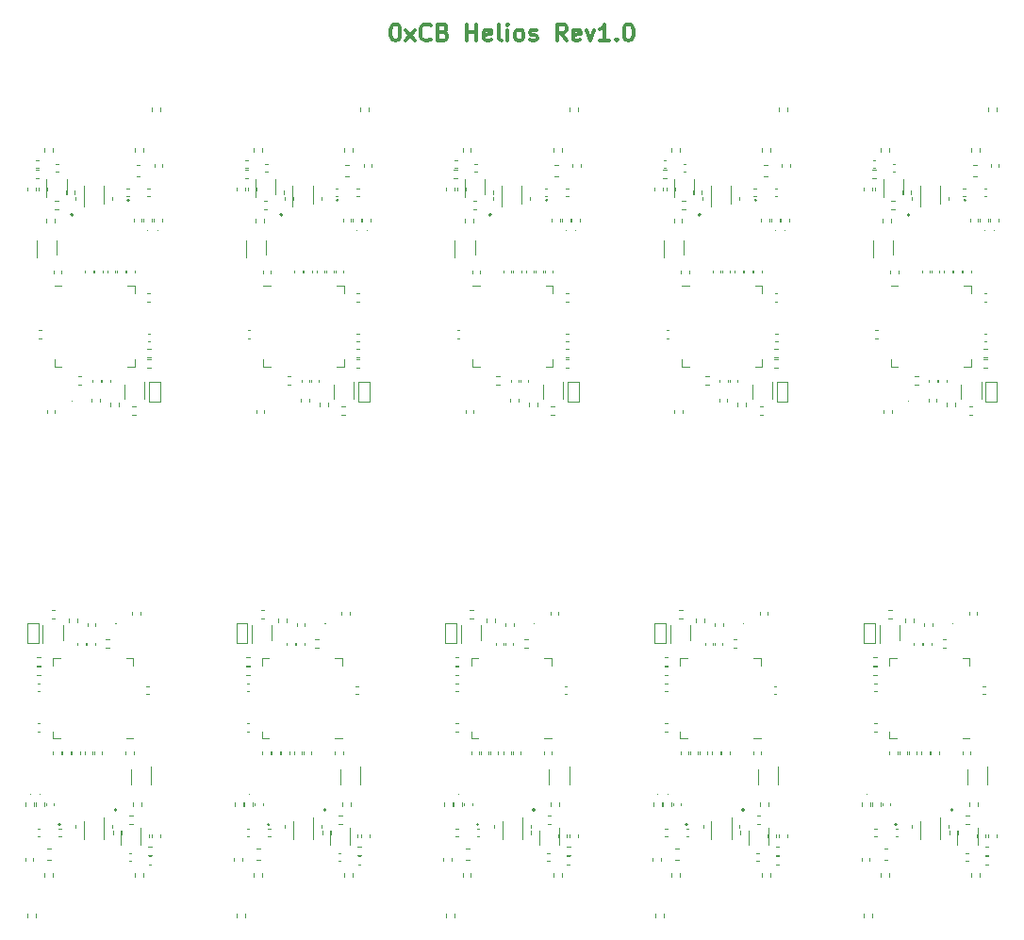
<source format=gto>
G04 #@! TF.GenerationSoftware,KiCad,Pcbnew,(6.0.7)*
G04 #@! TF.CreationDate,2022-09-19T22:01:38+02:00*
G04 #@! TF.ProjectId,helios-panel,68656c69-6f73-42d7-9061-6e656c2e6b69,rev1.0*
G04 #@! TF.SameCoordinates,Original*
G04 #@! TF.FileFunction,Legend,Top*
G04 #@! TF.FilePolarity,Positive*
%FSLAX46Y46*%
G04 Gerber Fmt 4.6, Leading zero omitted, Abs format (unit mm)*
G04 Created by KiCad (PCBNEW (6.0.7)) date 2022-09-19 22:01:38*
%MOMM*%
%LPD*%
G01*
G04 APERTURE LIST*
%ADD10C,0.300000*%
%ADD11C,0.120000*%
%ADD12C,0.200000*%
%ADD13C,0.141419*%
%ADD14C,0.100000*%
G04 APERTURE END LIST*
D10*
X41914285Y89361429D02*
X42057142Y89361429D01*
X42199999Y89290000D01*
X42271428Y89218572D01*
X42342857Y89075715D01*
X42414285Y88790000D01*
X42414285Y88432858D01*
X42342857Y88147143D01*
X42271428Y88004286D01*
X42199999Y87932858D01*
X42057142Y87861429D01*
X41914285Y87861429D01*
X41771428Y87932858D01*
X41699999Y88004286D01*
X41628571Y88147143D01*
X41557142Y88432858D01*
X41557142Y88790000D01*
X41628571Y89075715D01*
X41699999Y89218572D01*
X41771428Y89290000D01*
X41914285Y89361429D01*
X42914285Y87861429D02*
X43699999Y88861429D01*
X42914285Y88861429D02*
X43699999Y87861429D01*
X45128571Y88004286D02*
X45057142Y87932858D01*
X44842857Y87861429D01*
X44699999Y87861429D01*
X44485714Y87932858D01*
X44342857Y88075715D01*
X44271428Y88218572D01*
X44199999Y88504286D01*
X44199999Y88718572D01*
X44271428Y89004286D01*
X44342857Y89147143D01*
X44485714Y89290000D01*
X44699999Y89361429D01*
X44842857Y89361429D01*
X45057142Y89290000D01*
X45128571Y89218572D01*
X46271428Y88647143D02*
X46485714Y88575715D01*
X46557142Y88504286D01*
X46628571Y88361429D01*
X46628571Y88147143D01*
X46557142Y88004286D01*
X46485714Y87932858D01*
X46342857Y87861429D01*
X45771428Y87861429D01*
X45771428Y89361429D01*
X46271428Y89361429D01*
X46414285Y89290000D01*
X46485714Y89218572D01*
X46557142Y89075715D01*
X46557142Y88932858D01*
X46485714Y88790000D01*
X46414285Y88718572D01*
X46271428Y88647143D01*
X45771428Y88647143D01*
X48414285Y87861429D02*
X48414285Y89361429D01*
X48414285Y88647143D02*
X49271428Y88647143D01*
X49271428Y87861429D02*
X49271428Y89361429D01*
X50557142Y87932858D02*
X50414285Y87861429D01*
X50128571Y87861429D01*
X49985714Y87932858D01*
X49914285Y88075715D01*
X49914285Y88647143D01*
X49985714Y88790000D01*
X50128571Y88861429D01*
X50414285Y88861429D01*
X50557142Y88790000D01*
X50628571Y88647143D01*
X50628571Y88504286D01*
X49914285Y88361429D01*
X51485714Y87861429D02*
X51342857Y87932858D01*
X51271428Y88075715D01*
X51271428Y89361429D01*
X52057142Y87861429D02*
X52057142Y88861429D01*
X52057142Y89361429D02*
X51985714Y89290000D01*
X52057142Y89218572D01*
X52128571Y89290000D01*
X52057142Y89361429D01*
X52057142Y89218572D01*
X52985714Y87861429D02*
X52842857Y87932858D01*
X52771428Y88004286D01*
X52700000Y88147143D01*
X52700000Y88575715D01*
X52771428Y88718572D01*
X52842857Y88790000D01*
X52985714Y88861429D01*
X53200000Y88861429D01*
X53342857Y88790000D01*
X53414285Y88718572D01*
X53485714Y88575715D01*
X53485714Y88147143D01*
X53414285Y88004286D01*
X53342857Y87932858D01*
X53200000Y87861429D01*
X52985714Y87861429D01*
X54057142Y87932858D02*
X54200000Y87861429D01*
X54485714Y87861429D01*
X54628571Y87932858D01*
X54700000Y88075715D01*
X54700000Y88147143D01*
X54628571Y88290000D01*
X54485714Y88361429D01*
X54271428Y88361429D01*
X54128571Y88432858D01*
X54057142Y88575715D01*
X54057142Y88647143D01*
X54128571Y88790000D01*
X54271428Y88861429D01*
X54485714Y88861429D01*
X54628571Y88790000D01*
X57342857Y87861429D02*
X56842857Y88575715D01*
X56485714Y87861429D02*
X56485714Y89361429D01*
X57057142Y89361429D01*
X57200000Y89290000D01*
X57271428Y89218572D01*
X57342857Y89075715D01*
X57342857Y88861429D01*
X57271428Y88718572D01*
X57200000Y88647143D01*
X57057142Y88575715D01*
X56485714Y88575715D01*
X58557142Y87932858D02*
X58414285Y87861429D01*
X58128571Y87861429D01*
X57985714Y87932858D01*
X57914285Y88075715D01*
X57914285Y88647143D01*
X57985714Y88790000D01*
X58128571Y88861429D01*
X58414285Y88861429D01*
X58557142Y88790000D01*
X58628571Y88647143D01*
X58628571Y88504286D01*
X57914285Y88361429D01*
X59128571Y88861429D02*
X59485714Y87861429D01*
X59842857Y88861429D01*
X61200000Y87861429D02*
X60342857Y87861429D01*
X60771428Y87861429D02*
X60771428Y89361429D01*
X60628571Y89147143D01*
X60485714Y89004286D01*
X60342857Y88932858D01*
X61842857Y88004286D02*
X61914285Y87932858D01*
X61842857Y87861429D01*
X61771428Y87932858D01*
X61842857Y88004286D01*
X61842857Y87861429D01*
X62842857Y89361429D02*
X62985714Y89361429D01*
X63128571Y89290000D01*
X63200000Y89218572D01*
X63271428Y89075715D01*
X63342857Y88790000D01*
X63342857Y88432858D01*
X63271428Y88147143D01*
X63200000Y88004286D01*
X63128571Y87932858D01*
X62985714Y87861429D01*
X62842857Y87861429D01*
X62700000Y87932858D01*
X62628571Y88004286D01*
X62557142Y88147143D01*
X62485714Y88432858D01*
X62485714Y88790000D01*
X62557142Y89075715D01*
X62628571Y89218572D01*
X62700000Y89290000D01*
X62842857Y89361429D01*
D11*
G04 #@! TO.C,C12*
X94847164Y61590000D02*
X95062836Y61590000D01*
X94847164Y60870000D02*
X95062836Y60870000D01*
D12*
G04 #@! TO.C,U3*
X50595000Y72235000D02*
G75*
G03*
X50595000Y72235000I-100000J0D01*
G01*
D11*
G04 #@! TO.C,U4*
X86470000Y58620000D02*
X86470000Y59270000D01*
X93040000Y58620000D02*
X93690000Y58620000D01*
X87120000Y58620000D02*
X86470000Y58620000D01*
X93040000Y65840000D02*
X93690000Y65840000D01*
X87120000Y65840000D02*
X86470000Y65840000D01*
X93690000Y65840000D02*
X93690000Y65190000D01*
X93690000Y58620000D02*
X93690000Y59270000D01*
G04 #@! TO.C,R9*
X67721359Y73530000D02*
X68028641Y73530000D01*
X67721359Y72770000D02*
X68028641Y72770000D01*
G04 #@! TO.C,R1*
X48983641Y36005000D02*
X48676359Y36005000D01*
X48983641Y36765000D02*
X48676359Y36765000D01*
G04 #@! TO.C,R2*
X68745000Y74126359D02*
X68745000Y74433641D01*
X69505000Y74126359D02*
X69505000Y74433641D01*
G04 #@! TO.C,FB1*
X46505000Y9493641D02*
X46505000Y9186359D01*
X47265000Y9493641D02*
X47265000Y9186359D01*
G04 #@! TO.C,U2*
D13*
X74395709Y73555000D02*
G75*
G03*
X74395709Y73555000I-70709J0D01*
G01*
D11*
G04 #@! TO.C,R2*
X54935000Y16913641D02*
X54935000Y16606359D01*
X54175000Y16913641D02*
X54175000Y16606359D01*
G04 #@! TO.C,R9*
X37178641Y18270000D02*
X36871359Y18270000D01*
X37178641Y17510000D02*
X36871359Y17510000D01*
G04 #@! TO.C,R4*
X57385000Y16638641D02*
X57385000Y16331359D01*
X56625000Y16638641D02*
X56625000Y16331359D01*
G04 #@! TO.C,R11*
X86510000Y71576359D02*
X86510000Y71883641D01*
X85750000Y71576359D02*
X85750000Y71883641D01*
G04 #@! TO.C,R17*
X57241359Y59285000D02*
X57548641Y59285000D01*
X57241359Y58525000D02*
X57548641Y58525000D01*
G04 #@! TO.C,C12*
X28832836Y30170000D02*
X28617164Y30170000D01*
X28832836Y29450000D02*
X28617164Y29450000D01*
G04 #@! TO.C,C17*
X14845000Y67022164D02*
X14845000Y67237836D01*
X14125000Y67022164D02*
X14125000Y67237836D01*
G04 #@! TO.C,C1*
X76177164Y13900000D02*
X76392836Y13900000D01*
X76177164Y14620000D02*
X76392836Y14620000D01*
G04 #@! TO.C,R12*
X91675000Y17483641D02*
X91675000Y17176359D01*
X90915000Y17483641D02*
X90915000Y17176359D01*
G04 #@! TO.C,C14*
X89925000Y24017836D02*
X89925000Y23802164D01*
X89205000Y24017836D02*
X89205000Y23802164D01*
G04 #@! TO.C,Q1*
X75800000Y57230000D02*
X75800000Y55680000D01*
X74000000Y55680000D02*
X74000000Y56980000D01*
G04 #@! TO.C,U2*
D13*
X30645709Y17485000D02*
G75*
G03*
X30645709Y17485000I-70709J0D01*
G01*
D11*
G04 #@! TO.C,C5*
X93152836Y73910000D02*
X92937164Y73910000D01*
X93152836Y74630000D02*
X92937164Y74630000D01*
G04 #@! TO.C,R2*
X87525000Y74126359D02*
X87525000Y74433641D01*
X88285000Y74126359D02*
X88285000Y74433641D01*
G04 #@! TO.C,U5*
X28540000Y68380000D02*
X28540000Y69930000D01*
X30340000Y69930000D02*
X30340000Y68630000D01*
G04 #@! TO.C,R10*
X96125000Y71598859D02*
X96125000Y71906141D01*
X95365000Y71598859D02*
X95365000Y71906141D01*
G04 #@! TO.C,U5*
X38800000Y22660000D02*
X38800000Y21110000D01*
X37000000Y21110000D02*
X37000000Y22410000D01*
D14*
G04 #@! TO.C,D1*
X20675000Y70857500D02*
G75*
G03*
X20675000Y70857500I-50000J0D01*
G01*
D11*
G04 #@! TO.C,Y1*
X69280902Y55480000D02*
G75*
G03*
X69280902Y55480000I-55902J0D01*
G01*
G04 #@! TO.C,C18*
X37325000Y67022164D02*
X37325000Y67237836D01*
X36605000Y67022164D02*
X36605000Y67237836D01*
G04 #@! TO.C,U2*
D13*
X36835709Y73555000D02*
G75*
G03*
X36835709Y73555000I-70709J0D01*
G01*
D11*
G04 #@! TO.C,Q2*
X94240000Y17185000D02*
X94240000Y15635000D01*
X92440000Y15635000D02*
X92440000Y16935000D01*
D14*
G04 #@! TO.C,SW1*
X57425000Y57280000D02*
X58425000Y57280000D01*
X58425000Y57280000D02*
X58425000Y55480000D01*
X58425000Y55480000D02*
X57425000Y55480000D01*
X57425000Y55480000D02*
X57425000Y57280000D01*
G04 #@! TO.C,D2*
X66435000Y20192500D02*
G75*
G03*
X66435000Y20192500I-50000J0D01*
G01*
G04 #@! TO.C,D1*
X58235000Y70857500D02*
G75*
G03*
X58235000Y70857500I-50000J0D01*
G01*
D11*
G04 #@! TO.C,R2*
X31185000Y74126359D02*
X31185000Y74433641D01*
X31945000Y74126359D02*
X31945000Y74433641D01*
G04 #@! TO.C,U1*
X14005000Y17790000D02*
X14005000Y16190000D01*
X15805000Y16190000D02*
X15805000Y18090000D01*
G04 #@! TO.C,R16*
X38768641Y59400000D02*
X38461359Y59400000D01*
X38768641Y60160000D02*
X38461359Y60160000D01*
G04 #@! TO.C,C11*
X33555000Y57437836D02*
X33555000Y57222164D01*
X34275000Y57437836D02*
X34275000Y57222164D01*
G04 #@! TO.C,C13*
X57277164Y65190000D02*
X57492836Y65190000D01*
X57277164Y64470000D02*
X57492836Y64470000D01*
G04 #@! TO.C,C9*
X30865000Y23802164D02*
X30865000Y24017836D01*
X31585000Y23802164D02*
X31585000Y24017836D01*
D14*
G04 #@! TO.C,SW1*
X47475000Y33760000D02*
X46475000Y33760000D01*
X46475000Y33760000D02*
X46475000Y35560000D01*
X46475000Y35560000D02*
X47475000Y35560000D01*
X47475000Y35560000D02*
X47475000Y33760000D01*
X94985000Y57280000D02*
X95985000Y57280000D01*
X95985000Y57280000D02*
X95985000Y55480000D01*
X95985000Y55480000D02*
X94985000Y55480000D01*
X94985000Y55480000D02*
X94985000Y57280000D01*
D11*
G04 #@! TO.C,R16*
X47351359Y31640000D02*
X47658641Y31640000D01*
X47351359Y30880000D02*
X47658641Y30880000D01*
G04 #@! TO.C,C12*
X85172836Y30170000D02*
X84957164Y30170000D01*
X85172836Y29450000D02*
X84957164Y29450000D01*
G04 #@! TO.C,C11*
X71835000Y57437836D02*
X71835000Y57222164D01*
X71115000Y57437836D02*
X71115000Y57222164D01*
G04 #@! TO.C,C16*
X37265000Y24027836D02*
X37265000Y23812164D01*
X36545000Y24027836D02*
X36545000Y23812164D01*
G04 #@! TO.C,R17*
X38461359Y59285000D02*
X38768641Y59285000D01*
X38461359Y58525000D02*
X38768641Y58525000D01*
G04 #@! TO.C,C5*
X18032836Y74630000D02*
X17817164Y74630000D01*
X18032836Y73910000D02*
X17817164Y73910000D01*
G04 #@! TO.C,R14*
X72638641Y34090000D02*
X72331359Y34090000D01*
X72638641Y33330000D02*
X72331359Y33330000D01*
G04 #@! TO.C,Y1*
X31720902Y55480000D02*
G75*
G03*
X31720902Y55480000I-55902J0D01*
G01*
G04 #@! TO.C,C18*
X92945000Y67022164D02*
X92945000Y67237836D01*
X93665000Y67022164D02*
X93665000Y67237836D01*
G04 #@! TO.C,C8*
X94195000Y36557836D02*
X94195000Y36342164D01*
X93475000Y36557836D02*
X93475000Y36342164D01*
G04 #@! TO.C,C15*
X10167836Y61865000D02*
X9952164Y61865000D01*
X10167836Y61145000D02*
X9952164Y61145000D01*
G04 #@! TO.C,R13*
X54085000Y73556359D02*
X54085000Y73863641D01*
X53325000Y73556359D02*
X53325000Y73863641D01*
G04 #@! TO.C,FB1*
X20075000Y81546359D02*
X20075000Y81853641D01*
X20835000Y81546359D02*
X20835000Y81853641D01*
D14*
G04 #@! TO.C,SW1*
X28695000Y33760000D02*
X27695000Y33760000D01*
X27695000Y33760000D02*
X27695000Y35560000D01*
X27695000Y35560000D02*
X28695000Y35560000D01*
X28695000Y35560000D02*
X28695000Y33760000D01*
D12*
G04 #@! TO.C,U3*
X54505000Y18805000D02*
G75*
G03*
X54505000Y18805000I-100000J0D01*
G01*
D11*
G04 #@! TO.C,R1*
X11423641Y36005000D02*
X11116359Y36005000D01*
X11423641Y36765000D02*
X11116359Y36765000D01*
G04 #@! TO.C,R8*
X93695000Y12806359D02*
X93695000Y13113641D01*
X94455000Y12806359D02*
X94455000Y13113641D01*
D14*
G04 #@! TO.C,D1*
X46765000Y20182500D02*
G75*
G03*
X46765000Y20182500I-50000J0D01*
G01*
G04 #@! TO.C,D2*
X76125000Y70847500D02*
G75*
G03*
X76125000Y70847500I-50000J0D01*
G01*
D11*
G04 #@! TO.C,C18*
X30015000Y24017836D02*
X30015000Y23802164D01*
X30735000Y24017836D02*
X30735000Y23802164D01*
G04 #@! TO.C,C2*
X30282164Y76095000D02*
X30497836Y76095000D01*
X30282164Y76815000D02*
X30497836Y76815000D01*
G04 #@! TO.C,R11*
X10630000Y71576359D02*
X10630000Y71883641D01*
X11390000Y71576359D02*
X11390000Y71883641D01*
G04 #@! TO.C,C16*
X74825000Y24027836D02*
X74825000Y23812164D01*
X74105000Y24027836D02*
X74105000Y23812164D01*
G04 #@! TO.C,C13*
X38497164Y64470000D02*
X38712836Y64470000D01*
X38497164Y65190000D02*
X38712836Y65190000D01*
G04 #@! TO.C,C19*
X35125000Y57437836D02*
X35125000Y57222164D01*
X34405000Y57437836D02*
X34405000Y57222164D01*
G04 #@! TO.C,C2*
X86622164Y76815000D02*
X86837836Y76815000D01*
X86622164Y76095000D02*
X86837836Y76095000D01*
G04 #@! TO.C,R3*
X16380000Y55076359D02*
X16380000Y55383641D01*
X17140000Y55076359D02*
X17140000Y55383641D01*
G04 #@! TO.C,R14*
X69821359Y57710000D02*
X70128641Y57710000D01*
X69821359Y56950000D02*
X70128641Y56950000D01*
D14*
G04 #@! TO.C,D1*
X95795000Y70857500D02*
G75*
G03*
X95795000Y70857500I-50000J0D01*
G01*
D11*
G04 #@! TO.C,C15*
X47727836Y61145000D02*
X47512164Y61145000D01*
X47727836Y61865000D02*
X47512164Y61865000D01*
G04 #@! TO.C,Q1*
X66660000Y33810000D02*
X66660000Y35360000D01*
X68460000Y35360000D02*
X68460000Y34060000D01*
G04 #@! TO.C,R14*
X35078641Y33330000D02*
X34771359Y33330000D01*
X35078641Y34090000D02*
X34771359Y34090000D01*
G04 #@! TO.C,FB1*
X95955000Y81546359D02*
X95955000Y81853641D01*
X95195000Y81546359D02*
X95195000Y81853641D01*
G04 #@! TO.C,U5*
X86680000Y69930000D02*
X86680000Y68630000D01*
X84880000Y68380000D02*
X84880000Y69930000D01*
G04 #@! TO.C,C3*
X96175000Y76562164D02*
X96175000Y76777836D01*
X95455000Y76562164D02*
X95455000Y76777836D01*
X84565000Y14477836D02*
X84565000Y14262164D01*
X83845000Y14477836D02*
X83845000Y14262164D01*
G04 #@! TO.C,R7*
X93695000Y78233641D02*
X93695000Y77926359D01*
X94455000Y78233641D02*
X94455000Y77926359D01*
G04 #@! TO.C,C10*
X54405000Y67237836D02*
X54405000Y67022164D01*
X53685000Y67237836D02*
X53685000Y67022164D01*
G04 #@! TO.C,R3*
X88520000Y35963641D02*
X88520000Y35656359D01*
X87760000Y35963641D02*
X87760000Y35656359D01*
G04 #@! TO.C,F1*
X67397779Y15370000D02*
X67072221Y15370000D01*
X67397779Y14350000D02*
X67072221Y14350000D01*
G04 #@! TO.C,C10*
X50495000Y23802164D02*
X50495000Y24017836D01*
X51215000Y23802164D02*
X51215000Y24017836D01*
G04 #@! TO.C,C16*
X55325000Y24027836D02*
X55325000Y23812164D01*
X56045000Y24027836D02*
X56045000Y23812164D01*
G04 #@! TO.C,C13*
X85182836Y25850000D02*
X84967164Y25850000D01*
X85182836Y26570000D02*
X84967164Y26570000D01*
G04 #@! TO.C,C14*
X53255000Y67022164D02*
X53255000Y67237836D01*
X52535000Y67022164D02*
X52535000Y67237836D01*
G04 #@! TO.C,Q2*
X17320000Y15635000D02*
X17320000Y16935000D01*
X19120000Y17185000D02*
X19120000Y15635000D01*
G04 #@! TO.C,C14*
X90815000Y67022164D02*
X90815000Y67237836D01*
X90095000Y67022164D02*
X90095000Y67237836D01*
G04 #@! TO.C,C5*
X68087164Y17130000D02*
X68302836Y17130000D01*
X68087164Y16410000D02*
X68302836Y16410000D01*
G04 #@! TO.C,U5*
X66100000Y68380000D02*
X66100000Y69930000D01*
X67900000Y69930000D02*
X67900000Y68630000D01*
G04 #@! TO.C,C19*
X16345000Y57437836D02*
X16345000Y57222164D01*
X15625000Y57437836D02*
X15625000Y57222164D01*
G04 #@! TO.C,C9*
X35755000Y67237836D02*
X35755000Y67022164D01*
X36475000Y67237836D02*
X36475000Y67022164D01*
G04 #@! TO.C,R15*
X66005000Y19441141D02*
X66005000Y19133859D01*
X66765000Y19441141D02*
X66765000Y19133859D01*
G04 #@! TO.C,C11*
X14775000Y57437836D02*
X14775000Y57222164D01*
X15495000Y57437836D02*
X15495000Y57222164D01*
G04 #@! TO.C,U5*
X55780000Y21110000D02*
X55780000Y22410000D01*
X57580000Y22660000D02*
X57580000Y21110000D01*
G04 #@! TO.C,C5*
X49307164Y17130000D02*
X49522836Y17130000D01*
X49307164Y16410000D02*
X49522836Y16410000D01*
G04 #@! TO.C,R11*
X30170000Y71576359D02*
X30170000Y71883641D01*
X29410000Y71576359D02*
X29410000Y71883641D01*
D14*
G04 #@! TO.C,D2*
X85215000Y20192500D02*
G75*
G03*
X85215000Y20192500I-50000J0D01*
G01*
D11*
G04 #@! TO.C,U1*
X53335000Y73250000D02*
X53335000Y74850000D01*
X51535000Y74850000D02*
X51535000Y72950000D01*
G04 #@! TO.C,C15*
X28947836Y61865000D02*
X28732164Y61865000D01*
X28947836Y61145000D02*
X28732164Y61145000D01*
G04 #@! TO.C,FB1*
X39615000Y81546359D02*
X39615000Y81853641D01*
X38855000Y81546359D02*
X38855000Y81853641D01*
G04 #@! TO.C,Q1*
X38240000Y57230000D02*
X38240000Y55680000D01*
X36440000Y55680000D02*
X36440000Y56980000D01*
G04 #@! TO.C,C5*
X30527164Y17130000D02*
X30742836Y17130000D01*
X30527164Y16410000D02*
X30742836Y16410000D01*
G04 #@! TO.C,C2*
X55837836Y14225000D02*
X55622164Y14225000D01*
X55837836Y14945000D02*
X55622164Y14945000D01*
G04 #@! TO.C,FB1*
X84065000Y9493641D02*
X84065000Y9186359D01*
X84825000Y9493641D02*
X84825000Y9186359D01*
G04 #@! TO.C,C15*
X19612164Y29895000D02*
X19827836Y29895000D01*
X19612164Y29175000D02*
X19827836Y29175000D01*
G04 #@! TO.C,R1*
X86543641Y36765000D02*
X86236359Y36765000D01*
X86543641Y36005000D02*
X86236359Y36005000D01*
G04 #@! TO.C,C15*
X38392164Y29895000D02*
X38607836Y29895000D01*
X38392164Y29175000D02*
X38607836Y29175000D01*
G04 #@! TO.C,C13*
X28842836Y25850000D02*
X28627164Y25850000D01*
X28842836Y26570000D02*
X28627164Y26570000D01*
G04 #@! TO.C,F1*
X18722221Y75670000D02*
X19047779Y75670000D01*
X18722221Y76690000D02*
X19047779Y76690000D01*
G04 #@! TO.C,C7*
X70675000Y35567836D02*
X70675000Y35352164D01*
X71395000Y35567836D02*
X71395000Y35352164D01*
G04 #@! TO.C,R14*
X16298641Y33330000D02*
X15991359Y33330000D01*
X16298641Y34090000D02*
X15991359Y34090000D01*
G04 #@! TO.C,R13*
X72105000Y73556359D02*
X72105000Y73863641D01*
X72865000Y73556359D02*
X72865000Y73863641D01*
G04 #@! TO.C,C18*
X56105000Y67022164D02*
X56105000Y67237836D01*
X55385000Y67022164D02*
X55385000Y67237836D01*
G04 #@! TO.C,C6*
X74815000Y71857836D02*
X74815000Y71642164D01*
X75535000Y71857836D02*
X75535000Y71642164D01*
G04 #@! TO.C,R14*
X13481359Y57710000D02*
X13788641Y57710000D01*
X13481359Y56950000D02*
X13788641Y56950000D01*
G04 #@! TO.C,R7*
X67545000Y12806359D02*
X67545000Y13113641D01*
X66785000Y12806359D02*
X66785000Y13113641D01*
G04 #@! TO.C,R8*
X74915000Y12806359D02*
X74915000Y13113641D01*
X75675000Y12806359D02*
X75675000Y13113641D01*
G04 #@! TO.C,C11*
X52335000Y57437836D02*
X52335000Y57222164D01*
X53055000Y57437836D02*
X53055000Y57222164D01*
G04 #@! TO.C,R1*
X18356359Y54275000D02*
X18663641Y54275000D01*
X18356359Y55035000D02*
X18663641Y55035000D01*
G04 #@! TO.C,R10*
X39025000Y71598859D02*
X39025000Y71906141D01*
X39785000Y71598859D02*
X39785000Y71906141D01*
G04 #@! TO.C,C4*
X47622836Y17130000D02*
X47407164Y17130000D01*
X47622836Y16410000D02*
X47407164Y16410000D01*
G04 #@! TO.C,R9*
X55958641Y17510000D02*
X55651359Y17510000D01*
X55958641Y18270000D02*
X55651359Y18270000D01*
G04 #@! TO.C,R14*
X53858641Y34090000D02*
X53551359Y34090000D01*
X53858641Y33330000D02*
X53551359Y33330000D01*
G04 #@! TO.C,F1*
X56282221Y76690000D02*
X56607779Y76690000D01*
X56282221Y75670000D02*
X56607779Y75670000D01*
G04 #@! TO.C,C6*
X10585000Y19182164D02*
X10585000Y19397836D01*
X11305000Y19182164D02*
X11305000Y19397836D01*
G04 #@! TO.C,R9*
X74738641Y17510000D02*
X74431359Y17510000D01*
X74738641Y18270000D02*
X74431359Y18270000D01*
G04 #@! TO.C,U1*
X15775000Y73250000D02*
X15775000Y74850000D01*
X13975000Y74850000D02*
X13975000Y72950000D01*
G04 #@! TO.C,C10*
X16125000Y67237836D02*
X16125000Y67022164D01*
X16845000Y67237836D02*
X16845000Y67022164D01*
G04 #@! TO.C,R6*
X57650000Y16331359D02*
X57650000Y16638641D01*
X58410000Y16331359D02*
X58410000Y16638641D01*
G04 #@! TO.C,C17*
X32905000Y67022164D02*
X32905000Y67237836D01*
X33625000Y67022164D02*
X33625000Y67237836D01*
G04 #@! TO.C,Q2*
X67000000Y73855000D02*
X67000000Y75405000D01*
X68800000Y75405000D02*
X68800000Y74105000D01*
G04 #@! TO.C,R3*
X53940000Y55076359D02*
X53940000Y55383641D01*
X54700000Y55076359D02*
X54700000Y55383641D01*
G04 #@! TO.C,R12*
X72135000Y17483641D02*
X72135000Y17176359D01*
X72895000Y17483641D02*
X72895000Y17176359D01*
G04 #@! TO.C,C19*
X14155000Y33602164D02*
X14155000Y33817836D01*
X13435000Y33602164D02*
X13435000Y33817836D01*
G04 #@! TO.C,C7*
X15055000Y35567836D02*
X15055000Y35352164D01*
X14335000Y35567836D02*
X14335000Y35352164D01*
G04 #@! TO.C,C13*
X10062836Y26570000D02*
X9847164Y26570000D01*
X10062836Y25850000D02*
X9847164Y25850000D01*
G04 #@! TO.C,U4*
X36560000Y32420000D02*
X37210000Y32420000D01*
X36560000Y25200000D02*
X37210000Y25200000D01*
X30640000Y25200000D02*
X29990000Y25200000D01*
X37210000Y32420000D02*
X37210000Y31770000D01*
X29990000Y25200000D02*
X29990000Y25850000D01*
X30640000Y32420000D02*
X29990000Y32420000D01*
X29990000Y32420000D02*
X29990000Y31770000D01*
G04 #@! TO.C,R8*
X11205000Y78233641D02*
X11205000Y77926359D01*
X10445000Y78233641D02*
X10445000Y77926359D01*
G04 #@! TO.C,R15*
X29205000Y19441141D02*
X29205000Y19133859D01*
X28445000Y19441141D02*
X28445000Y19133859D01*
G04 #@! TO.C,R16*
X9791359Y30880000D02*
X10098641Y30880000D01*
X9791359Y31640000D02*
X10098641Y31640000D01*
D12*
G04 #@! TO.C,U3*
X13035000Y72235000D02*
G75*
G03*
X13035000Y72235000I-100000J0D01*
G01*
D11*
G04 #@! TO.C,U4*
X68340000Y58620000D02*
X67690000Y58620000D01*
X74260000Y58620000D02*
X74910000Y58620000D01*
X74260000Y65840000D02*
X74910000Y65840000D01*
X74910000Y58620000D02*
X74910000Y59270000D01*
X67690000Y58620000D02*
X67690000Y59270000D01*
X74910000Y65840000D02*
X74910000Y65190000D01*
X68340000Y65840000D02*
X67690000Y65840000D01*
G04 #@! TO.C,C11*
X90125000Y33602164D02*
X90125000Y33817836D01*
X89405000Y33602164D02*
X89405000Y33817836D01*
G04 #@! TO.C,R10*
X27555000Y19441141D02*
X27555000Y19133859D01*
X28315000Y19441141D02*
X28315000Y19133859D01*
G04 #@! TO.C,R13*
X32035000Y17483641D02*
X32035000Y17176359D01*
X32795000Y17483641D02*
X32795000Y17176359D01*
G04 #@! TO.C,R16*
X19988641Y60160000D02*
X19681359Y60160000D01*
X19988641Y59400000D02*
X19681359Y59400000D01*
G04 #@! TO.C,R15*
X20115000Y71598859D02*
X20115000Y71906141D01*
X19355000Y71598859D02*
X19355000Y71906141D01*
G04 #@! TO.C,R14*
X32261359Y57710000D02*
X32568641Y57710000D01*
X32261359Y56950000D02*
X32568641Y56950000D01*
G04 #@! TO.C,R12*
X51545000Y73556359D02*
X51545000Y73863641D01*
X50785000Y73556359D02*
X50785000Y73863641D01*
G04 #@! TO.C,F1*
X86177779Y15370000D02*
X85852221Y15370000D01*
X86177779Y14350000D02*
X85852221Y14350000D01*
G04 #@! TO.C,C9*
X87205000Y23802164D02*
X87205000Y24017836D01*
X87925000Y23802164D02*
X87925000Y24017836D01*
G04 #@! TO.C,C3*
X20335000Y76562164D02*
X20335000Y76777836D01*
X21055000Y76562164D02*
X21055000Y76777836D01*
G04 #@! TO.C,C17*
X33715000Y24017836D02*
X33715000Y23802164D01*
X34435000Y24017836D02*
X34435000Y23802164D01*
G04 #@! TO.C,C16*
X48855000Y67012164D02*
X48855000Y67227836D01*
X49575000Y67012164D02*
X49575000Y67227836D01*
G04 #@! TO.C,R12*
X54115000Y17483641D02*
X54115000Y17176359D01*
X53355000Y17483641D02*
X53355000Y17176359D01*
G04 #@! TO.C,C18*
X68295000Y24017836D02*
X68295000Y23802164D01*
X67575000Y24017836D02*
X67575000Y23802164D01*
G04 #@! TO.C,C3*
X57895000Y76562164D02*
X57895000Y76777836D01*
X58615000Y76562164D02*
X58615000Y76777836D01*
G04 #@! TO.C,R6*
X20850000Y16331359D02*
X20850000Y16638641D01*
X20090000Y16331359D02*
X20090000Y16638641D01*
G04 #@! TO.C,C5*
X55592836Y73910000D02*
X55377164Y73910000D01*
X55592836Y74630000D02*
X55377164Y74630000D01*
G04 #@! TO.C,R2*
X36155000Y16913641D02*
X36155000Y16606359D01*
X35395000Y16913641D02*
X35395000Y16606359D01*
G04 #@! TO.C,C10*
X91245000Y67237836D02*
X91245000Y67022164D01*
X91965000Y67237836D02*
X91965000Y67022164D01*
G04 #@! TO.C,Q2*
X36100000Y15635000D02*
X36100000Y16935000D01*
X37900000Y17185000D02*
X37900000Y15635000D01*
G04 #@! TO.C,R13*
X91645000Y73556359D02*
X91645000Y73863641D01*
X90885000Y73556359D02*
X90885000Y73863641D01*
G04 #@! TO.C,R3*
X31420000Y35963641D02*
X31420000Y35656359D01*
X32180000Y35963641D02*
X32180000Y35656359D01*
G04 #@! TO.C,R10*
X8775000Y19441141D02*
X8775000Y19133859D01*
X9535000Y19441141D02*
X9535000Y19133859D01*
G04 #@! TO.C,C14*
X72035000Y67022164D02*
X72035000Y67237836D01*
X71315000Y67022164D02*
X71315000Y67237836D01*
G04 #@! TO.C,R7*
X48765000Y12806359D02*
X48765000Y13113641D01*
X48005000Y12806359D02*
X48005000Y13113641D01*
X75675000Y78233641D02*
X75675000Y77926359D01*
X74915000Y78233641D02*
X74915000Y77926359D01*
G04 #@! TO.C,C17*
X71275000Y24017836D02*
X71275000Y23802164D01*
X71995000Y24017836D02*
X71995000Y23802164D01*
G04 #@! TO.C,Y1*
X12940902Y55480000D02*
G75*
G03*
X12940902Y55480000I-55902J0D01*
G01*
G04 #@! TO.C,C12*
X38507164Y61590000D02*
X38722836Y61590000D01*
X38507164Y60870000D02*
X38722836Y60870000D01*
G04 #@! TO.C,R4*
X10715000Y74401359D02*
X10715000Y74708641D01*
X9955000Y74401359D02*
X9955000Y74708641D01*
G04 #@! TO.C,C10*
X34905000Y67237836D02*
X34905000Y67022164D01*
X35625000Y67237836D02*
X35625000Y67022164D01*
G04 #@! TO.C,U2*
D13*
X68205709Y17485000D02*
G75*
G03*
X68205709Y17485000I-70709J0D01*
G01*
D11*
G04 #@! TO.C,C14*
X33755000Y67022164D02*
X33755000Y67237836D01*
X34475000Y67022164D02*
X34475000Y67237836D01*
G04 #@! TO.C,R4*
X85835000Y74401359D02*
X85835000Y74708641D01*
X85075000Y74401359D02*
X85075000Y74708641D01*
G04 #@! TO.C,Y1*
X92070902Y35560000D02*
G75*
G03*
X92070902Y35560000I-55902J0D01*
G01*
G04 #@! TO.C,C18*
X86355000Y24017836D02*
X86355000Y23802164D01*
X87075000Y24017836D02*
X87075000Y23802164D01*
G04 #@! TO.C,R12*
X34575000Y17483641D02*
X34575000Y17176359D01*
X35335000Y17483641D02*
X35335000Y17176359D01*
G04 #@! TO.C,C19*
X32215000Y33602164D02*
X32215000Y33817836D01*
X32935000Y33602164D02*
X32935000Y33817836D01*
G04 #@! TO.C,C9*
X92095000Y67237836D02*
X92095000Y67022164D01*
X92815000Y67237836D02*
X92815000Y67022164D01*
G04 #@! TO.C,C13*
X94837164Y64470000D02*
X95052836Y64470000D01*
X94837164Y65190000D02*
X95052836Y65190000D01*
G04 #@! TO.C,U5*
X74560000Y21110000D02*
X74560000Y22410000D01*
X76360000Y22660000D02*
X76360000Y21110000D01*
G04 #@! TO.C,C5*
X11747164Y17130000D02*
X11962836Y17130000D01*
X11747164Y16410000D02*
X11962836Y16410000D01*
G04 #@! TO.C,R13*
X50815000Y17483641D02*
X50815000Y17176359D01*
X51575000Y17483641D02*
X51575000Y17176359D01*
G04 #@! TO.C,C18*
X48795000Y24017836D02*
X48795000Y23802164D01*
X49515000Y24017836D02*
X49515000Y23802164D01*
G04 #@! TO.C,R6*
X47250000Y74708641D02*
X47250000Y74401359D01*
X46490000Y74708641D02*
X46490000Y74401359D01*
D14*
G04 #@! TO.C,SW1*
X9915000Y33760000D02*
X8915000Y33760000D01*
X8915000Y33760000D02*
X8915000Y35560000D01*
X8915000Y35560000D02*
X9915000Y35560000D01*
X9915000Y35560000D02*
X9915000Y33760000D01*
D11*
G04 #@! TO.C,Y1*
X54510902Y35560000D02*
G75*
G03*
X54510902Y35560000I-55902J0D01*
G01*
G04 #@! TO.C,C12*
X19727164Y60870000D02*
X19942836Y60870000D01*
X19727164Y61590000D02*
X19942836Y61590000D01*
G04 #@! TO.C,U2*
D13*
X93175709Y73555000D02*
G75*
G03*
X93175709Y73555000I-70709J0D01*
G01*
D11*
G04 #@! TO.C,F1*
X75062221Y76690000D02*
X75387779Y76690000D01*
X75062221Y75670000D02*
X75387779Y75670000D01*
G04 #@! TO.C,R7*
X10445000Y12806359D02*
X10445000Y13113641D01*
X11205000Y12806359D02*
X11205000Y13113641D01*
G04 #@! TO.C,R17*
X28878641Y31755000D02*
X28571359Y31755000D01*
X28878641Y32515000D02*
X28571359Y32515000D01*
G04 #@! TO.C,C2*
X74617836Y14945000D02*
X74402164Y14945000D01*
X74617836Y14225000D02*
X74402164Y14225000D01*
G04 #@! TO.C,R15*
X9665000Y19441141D02*
X9665000Y19133859D01*
X10425000Y19441141D02*
X10425000Y19133859D01*
G04 #@! TO.C,C15*
X85287836Y61865000D02*
X85072164Y61865000D01*
X85287836Y61145000D02*
X85072164Y61145000D01*
G04 #@! TO.C,R6*
X38870000Y16331359D02*
X38870000Y16638641D01*
X39630000Y16331359D02*
X39630000Y16638641D01*
G04 #@! TO.C,R15*
X95235000Y71598859D02*
X95235000Y71906141D01*
X94475000Y71598859D02*
X94475000Y71906141D01*
G04 #@! TO.C,R11*
X18390000Y19463641D02*
X18390000Y19156359D01*
X19150000Y19463641D02*
X19150000Y19156359D01*
G04 #@! TO.C,C17*
X70465000Y67022164D02*
X70465000Y67237836D01*
X71185000Y67022164D02*
X71185000Y67237836D01*
D14*
G04 #@! TO.C,D1*
X84325000Y20182500D02*
G75*
G03*
X84325000Y20182500I-50000J0D01*
G01*
D11*
G04 #@! TO.C,F1*
X37502221Y75670000D02*
X37827779Y75670000D01*
X37502221Y76690000D02*
X37827779Y76690000D01*
G04 #@! TO.C,C15*
X75952164Y29175000D02*
X76167836Y29175000D01*
X75952164Y29895000D02*
X76167836Y29895000D01*
G04 #@! TO.C,R10*
X20245000Y71598859D02*
X20245000Y71906141D01*
X21005000Y71598859D02*
X21005000Y71906141D01*
D14*
G04 #@! TO.C,D2*
X94905000Y70847500D02*
G75*
G03*
X94905000Y70847500I-50000J0D01*
G01*
D11*
G04 #@! TO.C,C12*
X47612836Y29450000D02*
X47397164Y29450000D01*
X47612836Y30170000D02*
X47397164Y30170000D01*
G04 #@! TO.C,R13*
X13255000Y17483641D02*
X13255000Y17176359D01*
X14015000Y17483641D02*
X14015000Y17176359D01*
G04 #@! TO.C,R17*
X66438641Y31755000D02*
X66131359Y31755000D01*
X66438641Y32515000D02*
X66131359Y32515000D01*
G04 #@! TO.C,C4*
X38497164Y73910000D02*
X38712836Y73910000D01*
X38497164Y74630000D02*
X38712836Y74630000D01*
G04 #@! TO.C,Q2*
X31240000Y75405000D02*
X31240000Y74105000D01*
X29440000Y73855000D02*
X29440000Y75405000D01*
G04 #@! TO.C,C3*
X39835000Y76562164D02*
X39835000Y76777836D01*
X39115000Y76562164D02*
X39115000Y76777836D01*
G04 #@! TO.C,U1*
X90925000Y16190000D02*
X90925000Y18090000D01*
X89125000Y17790000D02*
X89125000Y16190000D01*
G04 #@! TO.C,R6*
X27710000Y74708641D02*
X27710000Y74401359D01*
X28470000Y74708641D02*
X28470000Y74401359D01*
G04 #@! TO.C,C6*
X67645000Y19182164D02*
X67645000Y19397836D01*
X66925000Y19182164D02*
X66925000Y19397836D01*
X19195000Y71857836D02*
X19195000Y71642164D01*
X18475000Y71857836D02*
X18475000Y71642164D01*
G04 #@! TO.C,R9*
X93518641Y18270000D02*
X93211359Y18270000D01*
X93518641Y17510000D02*
X93211359Y17510000D01*
G04 #@! TO.C,R5*
X47548641Y76285000D02*
X47241359Y76285000D01*
X47548641Y75525000D02*
X47241359Y75525000D01*
G04 #@! TO.C,R12*
X13225000Y73556359D02*
X13225000Y73863641D01*
X13985000Y73556359D02*
X13985000Y73863641D01*
G04 #@! TO.C,C9*
X12085000Y23802164D02*
X12085000Y24017836D01*
X12805000Y23802164D02*
X12805000Y24017836D01*
G04 #@! TO.C,U4*
X18430000Y32420000D02*
X18430000Y31770000D01*
X17780000Y32420000D02*
X18430000Y32420000D01*
X11210000Y32420000D02*
X11210000Y31770000D01*
X11210000Y25200000D02*
X11210000Y25850000D01*
X11860000Y32420000D02*
X11210000Y32420000D01*
X11860000Y25200000D02*
X11210000Y25200000D01*
X17780000Y25200000D02*
X18430000Y25200000D01*
G04 #@! TO.C,C14*
X52365000Y24017836D02*
X52365000Y23802164D01*
X51645000Y24017836D02*
X51645000Y23802164D01*
G04 #@! TO.C,R4*
X75405000Y16638641D02*
X75405000Y16331359D01*
X76165000Y16638641D02*
X76165000Y16331359D01*
G04 #@! TO.C,R16*
X57548641Y60160000D02*
X57241359Y60160000D01*
X57548641Y59400000D02*
X57241359Y59400000D01*
G04 #@! TO.C,R4*
X19065000Y16638641D02*
X19065000Y16331359D01*
X19825000Y16638641D02*
X19825000Y16331359D01*
D14*
G04 #@! TO.C,SW1*
X19865000Y57280000D02*
X20865000Y57280000D01*
X20865000Y57280000D02*
X20865000Y55480000D01*
X20865000Y55480000D02*
X19865000Y55480000D01*
X19865000Y55480000D02*
X19865000Y57280000D01*
D12*
G04 #@! TO.C,U3*
X35725000Y18805000D02*
G75*
G03*
X35725000Y18805000I-100000J0D01*
G01*
D11*
G04 #@! TO.C,C7*
X52615000Y35567836D02*
X52615000Y35352164D01*
X51895000Y35567836D02*
X51895000Y35352164D01*
G04 #@! TO.C,C2*
X49062164Y76095000D02*
X49277836Y76095000D01*
X49062164Y76815000D02*
X49277836Y76815000D01*
G04 #@! TO.C,R6*
X77190000Y16331359D02*
X77190000Y16638641D01*
X76430000Y16331359D02*
X76430000Y16638641D01*
G04 #@! TO.C,R17*
X10098641Y31755000D02*
X9791359Y31755000D01*
X10098641Y32515000D02*
X9791359Y32515000D01*
G04 #@! TO.C,R4*
X28735000Y74401359D02*
X28735000Y74708641D01*
X29495000Y74401359D02*
X29495000Y74708641D01*
G04 #@! TO.C,C8*
X30205000Y54482164D02*
X30205000Y54697836D01*
X29485000Y54482164D02*
X29485000Y54697836D01*
G04 #@! TO.C,C9*
X74035000Y67237836D02*
X74035000Y67022164D01*
X73315000Y67237836D02*
X73315000Y67022164D01*
G04 #@! TO.C,R10*
X83895000Y19441141D02*
X83895000Y19133859D01*
X84655000Y19441141D02*
X84655000Y19133859D01*
G04 #@! TO.C,R8*
X67545000Y78233641D02*
X67545000Y77926359D01*
X66785000Y78233641D02*
X66785000Y77926359D01*
G04 #@! TO.C,R2*
X91735000Y16913641D02*
X91735000Y16606359D01*
X92495000Y16913641D02*
X92495000Y16606359D01*
G04 #@! TO.C,R1*
X30203641Y36765000D02*
X29896359Y36765000D01*
X30203641Y36005000D02*
X29896359Y36005000D01*
G04 #@! TO.C,C13*
X47622836Y25850000D02*
X47407164Y25850000D01*
X47622836Y26570000D02*
X47407164Y26570000D01*
G04 #@! TO.C,R3*
X72720000Y55076359D02*
X72720000Y55383641D01*
X73480000Y55076359D02*
X73480000Y55383641D01*
D12*
G04 #@! TO.C,U3*
X73285000Y18805000D02*
G75*
G03*
X73285000Y18805000I-100000J0D01*
G01*
D11*
G04 #@! TO.C,C3*
X76675000Y76562164D02*
X76675000Y76777836D01*
X77395000Y76562164D02*
X77395000Y76777836D01*
G04 #@! TO.C,R11*
X93510000Y19463641D02*
X93510000Y19156359D01*
X94270000Y19463641D02*
X94270000Y19156359D01*
G04 #@! TO.C,R9*
X18398641Y17510000D02*
X18091359Y17510000D01*
X18398641Y18270000D02*
X18091359Y18270000D01*
G04 #@! TO.C,C2*
X67842164Y76095000D02*
X68057836Y76095000D01*
X67842164Y76815000D02*
X68057836Y76815000D01*
G04 #@! TO.C,C19*
X91465000Y57437836D02*
X91465000Y57222164D01*
X90745000Y57437836D02*
X90745000Y57222164D01*
G04 #@! TO.C,U2*
D13*
X11865709Y17485000D02*
G75*
G03*
X11865709Y17485000I-70709J0D01*
G01*
D12*
G04 #@! TO.C,U3*
X16945000Y18805000D02*
G75*
G03*
X16945000Y18805000I-100000J0D01*
G01*
D11*
G04 #@! TO.C,C13*
X76057164Y65190000D02*
X76272836Y65190000D01*
X76057164Y64470000D02*
X76272836Y64470000D01*
G04 #@! TO.C,R15*
X57675000Y71598859D02*
X57675000Y71906141D01*
X56915000Y71598859D02*
X56915000Y71906141D01*
G04 #@! TO.C,R5*
X38571359Y14755000D02*
X38878641Y14755000D01*
X38571359Y15515000D02*
X38878641Y15515000D01*
G04 #@! TO.C,C8*
X37855000Y36557836D02*
X37855000Y36342164D01*
X37135000Y36557836D02*
X37135000Y36342164D01*
G04 #@! TO.C,C3*
X65785000Y14477836D02*
X65785000Y14262164D01*
X65065000Y14477836D02*
X65065000Y14262164D01*
G04 #@! TO.C,U1*
X51565000Y17790000D02*
X51565000Y16190000D01*
X53365000Y16190000D02*
X53365000Y18090000D01*
G04 #@! TO.C,R17*
X19681359Y59285000D02*
X19988641Y59285000D01*
X19681359Y58525000D02*
X19988641Y58525000D01*
G04 #@! TO.C,R4*
X37845000Y16638641D02*
X37845000Y16331359D01*
X38605000Y16638641D02*
X38605000Y16331359D01*
G04 #@! TO.C,C5*
X86867164Y17130000D02*
X87082836Y17130000D01*
X86867164Y16410000D02*
X87082836Y16410000D01*
G04 #@! TO.C,FB1*
X27725000Y9493641D02*
X27725000Y9186359D01*
X28485000Y9493641D02*
X28485000Y9186359D01*
D14*
G04 #@! TO.C,SW1*
X66255000Y33760000D02*
X65255000Y33760000D01*
X65255000Y33760000D02*
X65255000Y35560000D01*
X65255000Y35560000D02*
X66255000Y35560000D01*
X66255000Y35560000D02*
X66255000Y33760000D01*
D11*
G04 #@! TO.C,C1*
X66282836Y76420000D02*
X66067164Y76420000D01*
X66282836Y77140000D02*
X66067164Y77140000D01*
G04 #@! TO.C,FB1*
X66045000Y9493641D02*
X66045000Y9186359D01*
X65285000Y9493641D02*
X65285000Y9186359D01*
G04 #@! TO.C,U1*
X72115000Y73250000D02*
X72115000Y74850000D01*
X70315000Y74850000D02*
X70315000Y72950000D01*
G04 #@! TO.C,C6*
X37255000Y71857836D02*
X37255000Y71642164D01*
X37975000Y71857836D02*
X37975000Y71642164D01*
G04 #@! TO.C,R11*
X56710000Y19463641D02*
X56710000Y19156359D01*
X55950000Y19463641D02*
X55950000Y19156359D01*
D14*
G04 #@! TO.C,D1*
X39455000Y70857500D02*
G75*
G03*
X39455000Y70857500I-50000J0D01*
G01*
D11*
G04 #@! TO.C,F1*
X29837779Y14350000D02*
X29512221Y14350000D01*
X29837779Y15370000D02*
X29512221Y15370000D01*
G04 #@! TO.C,R14*
X88601359Y57710000D02*
X88908641Y57710000D01*
X88601359Y56950000D02*
X88908641Y56950000D01*
G04 #@! TO.C,R17*
X85218641Y32515000D02*
X84911359Y32515000D01*
X85218641Y31755000D02*
X84911359Y31755000D01*
G04 #@! TO.C,U4*
X68200000Y25200000D02*
X67550000Y25200000D01*
X74120000Y25200000D02*
X74770000Y25200000D01*
X68200000Y32420000D02*
X67550000Y32420000D01*
X67550000Y32420000D02*
X67550000Y31770000D01*
X74120000Y32420000D02*
X74770000Y32420000D01*
X67550000Y25200000D02*
X67550000Y25850000D01*
X74770000Y32420000D02*
X74770000Y31770000D01*
G04 #@! TO.C,C19*
X89275000Y33602164D02*
X89275000Y33817836D01*
X88555000Y33602164D02*
X88555000Y33817836D01*
G04 #@! TO.C,R2*
X72955000Y16913641D02*
X72955000Y16606359D01*
X73715000Y16913641D02*
X73715000Y16606359D01*
G04 #@! TO.C,R13*
X88375000Y17483641D02*
X88375000Y17176359D01*
X89135000Y17483641D02*
X89135000Y17176359D01*
G04 #@! TO.C,C19*
X50995000Y33602164D02*
X50995000Y33817836D01*
X51715000Y33602164D02*
X51715000Y33817836D01*
G04 #@! TO.C,C14*
X14805000Y24017836D02*
X14805000Y23802164D01*
X14085000Y24017836D02*
X14085000Y23802164D01*
G04 #@! TO.C,R15*
X38135000Y71598859D02*
X38135000Y71906141D01*
X38895000Y71598859D02*
X38895000Y71906141D01*
G04 #@! TO.C,Q2*
X48220000Y73855000D02*
X48220000Y75405000D01*
X50020000Y75405000D02*
X50020000Y74105000D01*
G04 #@! TO.C,R8*
X29985000Y78233641D02*
X29985000Y77926359D01*
X29225000Y78233641D02*
X29225000Y77926359D01*
G04 #@! TO.C,C3*
X8725000Y14477836D02*
X8725000Y14262164D01*
X9445000Y14477836D02*
X9445000Y14262164D01*
G04 #@! TO.C,R7*
X86325000Y12806359D02*
X86325000Y13113641D01*
X85565000Y12806359D02*
X85565000Y13113641D01*
G04 #@! TO.C,U1*
X32785000Y17790000D02*
X32785000Y16190000D01*
X34585000Y16190000D02*
X34585000Y18090000D01*
G04 #@! TO.C,R4*
X48275000Y74401359D02*
X48275000Y74708641D01*
X47515000Y74401359D02*
X47515000Y74708641D01*
G04 #@! TO.C,R3*
X35160000Y55076359D02*
X35160000Y55383641D01*
X35920000Y55076359D02*
X35920000Y55383641D01*
G04 #@! TO.C,C13*
X19717164Y64470000D02*
X19932836Y64470000D01*
X19717164Y65190000D02*
X19932836Y65190000D01*
D14*
G04 #@! TO.C,D2*
X28875000Y20192500D02*
G75*
G03*
X28875000Y20192500I-50000J0D01*
G01*
D11*
G04 #@! TO.C,C19*
X53185000Y57437836D02*
X53185000Y57222164D01*
X53905000Y57437836D02*
X53905000Y57222164D01*
G04 #@! TO.C,R8*
X19335000Y12806359D02*
X19335000Y13113641D01*
X18575000Y12806359D02*
X18575000Y13113641D01*
G04 #@! TO.C,R14*
X51041359Y56950000D02*
X51348641Y56950000D01*
X51041359Y57710000D02*
X51348641Y57710000D01*
D14*
G04 #@! TO.C,D2*
X47655000Y20192500D02*
G75*
G03*
X47655000Y20192500I-50000J0D01*
G01*
D11*
G04 #@! TO.C,R9*
X11381359Y73530000D02*
X11688641Y73530000D01*
X11381359Y72770000D02*
X11688641Y72770000D01*
G04 #@! TO.C,C8*
X48265000Y54482164D02*
X48265000Y54697836D01*
X48985000Y54482164D02*
X48985000Y54697836D01*
G04 #@! TO.C,R15*
X75695000Y71598859D02*
X75695000Y71906141D01*
X76455000Y71598859D02*
X76455000Y71906141D01*
G04 #@! TO.C,R6*
X65270000Y74708641D02*
X65270000Y74401359D01*
X66030000Y74708641D02*
X66030000Y74401359D01*
G04 #@! TO.C,U5*
X93340000Y21110000D02*
X93340000Y22410000D01*
X95140000Y22660000D02*
X95140000Y21110000D01*
G04 #@! TO.C,R8*
X48005000Y78233641D02*
X48005000Y77926359D01*
X48765000Y78233641D02*
X48765000Y77926359D01*
G04 #@! TO.C,R7*
X56895000Y78233641D02*
X56895000Y77926359D01*
X56135000Y78233641D02*
X56135000Y77926359D01*
G04 #@! TO.C,R2*
X50725000Y74126359D02*
X50725000Y74433641D01*
X49965000Y74126359D02*
X49965000Y74433641D01*
G04 #@! TO.C,R4*
X94185000Y16638641D02*
X94185000Y16331359D01*
X94945000Y16638641D02*
X94945000Y16331359D01*
G04 #@! TO.C,U1*
X90895000Y73250000D02*
X90895000Y74850000D01*
X89095000Y74850000D02*
X89095000Y72950000D01*
G04 #@! TO.C,R10*
X76585000Y71598859D02*
X76585000Y71906141D01*
X77345000Y71598859D02*
X77345000Y71906141D01*
G04 #@! TO.C,Y1*
X16950902Y35560000D02*
G75*
G03*
X16950902Y35560000I-55902J0D01*
G01*
G04 #@! TO.C,C4*
X19717164Y73910000D02*
X19932836Y73910000D01*
X19717164Y74630000D02*
X19932836Y74630000D01*
G04 #@! TO.C,R5*
X9988641Y75525000D02*
X9681359Y75525000D01*
X9988641Y76285000D02*
X9681359Y76285000D01*
G04 #@! TO.C,C11*
X89895000Y57437836D02*
X89895000Y57222164D01*
X90615000Y57437836D02*
X90615000Y57222164D01*
G04 #@! TO.C,R5*
X94911359Y15515000D02*
X95218641Y15515000D01*
X94911359Y14755000D02*
X95218641Y14755000D01*
G04 #@! TO.C,R2*
X16615000Y16913641D02*
X16615000Y16606359D01*
X17375000Y16913641D02*
X17375000Y16606359D01*
G04 #@! TO.C,C4*
X28842836Y17130000D02*
X28627164Y17130000D01*
X28842836Y16410000D02*
X28627164Y16410000D01*
G04 #@! TO.C,Y1*
X35730902Y35560000D02*
G75*
G03*
X35730902Y35560000I-55902J0D01*
G01*
G04 #@! TO.C,C6*
X94315000Y71857836D02*
X94315000Y71642164D01*
X93595000Y71857836D02*
X93595000Y71642164D01*
G04 #@! TO.C,C16*
X67635000Y67012164D02*
X67635000Y67227836D01*
X68355000Y67012164D02*
X68355000Y67227836D01*
G04 #@! TO.C,R8*
X56895000Y12806359D02*
X56895000Y13113641D01*
X56135000Y12806359D02*
X56135000Y13113641D01*
G04 #@! TO.C,C18*
X74165000Y67022164D02*
X74165000Y67237836D01*
X74885000Y67022164D02*
X74885000Y67237836D01*
G04 #@! TO.C,C16*
X93605000Y24027836D02*
X93605000Y23812164D01*
X92885000Y24027836D02*
X92885000Y23812164D01*
G04 #@! TO.C,R7*
X29225000Y12806359D02*
X29225000Y13113641D01*
X29985000Y12806359D02*
X29985000Y13113641D01*
D14*
G04 #@! TO.C,SW1*
X85035000Y33760000D02*
X84035000Y33760000D01*
X84035000Y33760000D02*
X84035000Y35560000D01*
X84035000Y35560000D02*
X85035000Y35560000D01*
X85035000Y35560000D02*
X85035000Y33760000D01*
D11*
G04 #@! TO.C,R5*
X28768641Y76285000D02*
X28461359Y76285000D01*
X28768641Y75525000D02*
X28461359Y75525000D01*
X76131359Y15515000D02*
X76438641Y15515000D01*
X76131359Y14755000D02*
X76438641Y14755000D01*
G04 #@! TO.C,R10*
X65115000Y19441141D02*
X65115000Y19133859D01*
X65875000Y19441141D02*
X65875000Y19133859D01*
G04 #@! TO.C,C16*
X12015000Y67012164D02*
X12015000Y67227836D01*
X11295000Y67012164D02*
X11295000Y67227836D01*
G04 #@! TO.C,R5*
X57351359Y15515000D02*
X57658641Y15515000D01*
X57351359Y14755000D02*
X57658641Y14755000D01*
G04 #@! TO.C,R1*
X74696359Y54275000D02*
X75003641Y54275000D01*
X74696359Y55035000D02*
X75003641Y55035000D01*
G04 #@! TO.C,Q1*
X17660000Y55680000D02*
X17660000Y56980000D01*
X19460000Y57230000D02*
X19460000Y55680000D01*
X49680000Y35360000D02*
X49680000Y34060000D01*
X47880000Y33810000D02*
X47880000Y35360000D01*
G04 #@! TO.C,C7*
X53005000Y55472164D02*
X53005000Y55687836D01*
X52285000Y55472164D02*
X52285000Y55687836D01*
G04 #@! TO.C,C6*
X30085000Y19182164D02*
X30085000Y19397836D01*
X29365000Y19182164D02*
X29365000Y19397836D01*
G04 #@! TO.C,C9*
X50365000Y23802164D02*
X50365000Y24017836D01*
X49645000Y23802164D02*
X49645000Y24017836D01*
G04 #@! TO.C,U4*
X12000000Y65840000D02*
X11350000Y65840000D01*
X17920000Y58620000D02*
X18570000Y58620000D01*
X17920000Y65840000D02*
X18570000Y65840000D01*
X18570000Y58620000D02*
X18570000Y59270000D01*
X12000000Y58620000D02*
X11350000Y58620000D01*
X18570000Y65840000D02*
X18570000Y65190000D01*
X11350000Y58620000D02*
X11350000Y59270000D01*
G04 #@! TO.C,C7*
X33505000Y55472164D02*
X33505000Y55687836D01*
X34225000Y55472164D02*
X34225000Y55687836D01*
G04 #@! TO.C,FB1*
X77175000Y81546359D02*
X77175000Y81853641D01*
X76415000Y81546359D02*
X76415000Y81853641D01*
G04 #@! TO.C,Q1*
X10320000Y33810000D02*
X10320000Y35360000D01*
X12120000Y35360000D02*
X12120000Y34060000D01*
D14*
G04 #@! TO.C,D1*
X9205000Y20182500D02*
G75*
G03*
X9205000Y20182500I-50000J0D01*
G01*
D11*
G04 #@! TO.C,C5*
X74372836Y73910000D02*
X74157164Y73910000D01*
X74372836Y74630000D02*
X74157164Y74630000D01*
G04 #@! TO.C,C12*
X76067164Y61590000D02*
X76282836Y61590000D01*
X76067164Y60870000D02*
X76282836Y60870000D01*
D12*
G04 #@! TO.C,U3*
X88155000Y72235000D02*
G75*
G03*
X88155000Y72235000I-100000J0D01*
G01*
D11*
G04 #@! TO.C,C5*
X36812836Y74630000D02*
X36597164Y74630000D01*
X36812836Y73910000D02*
X36597164Y73910000D01*
G04 #@! TO.C,C12*
X10052836Y30170000D02*
X9837164Y30170000D01*
X10052836Y29450000D02*
X9837164Y29450000D01*
G04 #@! TO.C,R3*
X50960000Y35963641D02*
X50960000Y35656359D01*
X50200000Y35963641D02*
X50200000Y35656359D01*
G04 #@! TO.C,R2*
X12405000Y74126359D02*
X12405000Y74433641D01*
X13165000Y74126359D02*
X13165000Y74433641D01*
G04 #@! TO.C,R4*
X67055000Y74401359D02*
X67055000Y74708641D01*
X66295000Y74401359D02*
X66295000Y74708641D01*
G04 #@! TO.C,C10*
X69995000Y23802164D02*
X69995000Y24017836D01*
X69275000Y23802164D02*
X69275000Y24017836D01*
G04 #@! TO.C,C8*
X19075000Y36557836D02*
X19075000Y36342164D01*
X18355000Y36557836D02*
X18355000Y36342164D01*
G04 #@! TO.C,C15*
X94732164Y29895000D02*
X94947836Y29895000D01*
X94732164Y29175000D02*
X94947836Y29175000D01*
G04 #@! TO.C,R11*
X37930000Y19463641D02*
X37930000Y19156359D01*
X37170000Y19463641D02*
X37170000Y19156359D01*
G04 #@! TO.C,R12*
X69565000Y73556359D02*
X69565000Y73863641D01*
X70325000Y73556359D02*
X70325000Y73863641D01*
G04 #@! TO.C,Q2*
X85780000Y73855000D02*
X85780000Y75405000D01*
X87580000Y75405000D02*
X87580000Y74105000D01*
G04 #@! TO.C,C13*
X66402836Y26570000D02*
X66187164Y26570000D01*
X66402836Y25850000D02*
X66187164Y25850000D01*
D14*
G04 #@! TO.C,D1*
X77015000Y70857500D02*
G75*
G03*
X77015000Y70857500I-50000J0D01*
G01*
D11*
G04 #@! TO.C,R3*
X68980000Y35963641D02*
X68980000Y35656359D01*
X69740000Y35963641D02*
X69740000Y35656359D01*
G04 #@! TO.C,C14*
X70425000Y24017836D02*
X70425000Y23802164D01*
X71145000Y24017836D02*
X71145000Y23802164D01*
G04 #@! TO.C,R10*
X47095000Y19441141D02*
X47095000Y19133859D01*
X46335000Y19441141D02*
X46335000Y19133859D01*
G04 #@! TO.C,C17*
X89965000Y67022164D02*
X89965000Y67237836D01*
X89245000Y67022164D02*
X89245000Y67237836D01*
G04 #@! TO.C,C10*
X88775000Y23802164D02*
X88775000Y24017836D01*
X88055000Y23802164D02*
X88055000Y24017836D01*
G04 #@! TO.C,C2*
X37057836Y14225000D02*
X36842164Y14225000D01*
X37057836Y14945000D02*
X36842164Y14945000D01*
G04 #@! TO.C,R5*
X66328641Y76285000D02*
X66021359Y76285000D01*
X66328641Y75525000D02*
X66021359Y75525000D01*
G04 #@! TO.C,Q1*
X92780000Y55680000D02*
X92780000Y56980000D01*
X94580000Y57230000D02*
X94580000Y55680000D01*
G04 #@! TO.C,C6*
X48145000Y19182164D02*
X48145000Y19397836D01*
X48865000Y19182164D02*
X48865000Y19397836D01*
D14*
G04 #@! TO.C,SW1*
X38645000Y57280000D02*
X39645000Y57280000D01*
X39645000Y57280000D02*
X39645000Y55480000D01*
X39645000Y55480000D02*
X38645000Y55480000D01*
X38645000Y55480000D02*
X38645000Y57280000D01*
D11*
G04 #@! TO.C,U5*
X18220000Y21110000D02*
X18220000Y22410000D01*
X20020000Y22660000D02*
X20020000Y21110000D01*
D12*
G04 #@! TO.C,U3*
X31815000Y72235000D02*
G75*
G03*
X31815000Y72235000I-100000J0D01*
G01*
D11*
G04 #@! TO.C,C6*
X56755000Y71857836D02*
X56755000Y71642164D01*
X56035000Y71857836D02*
X56035000Y71642164D01*
G04 #@! TO.C,C4*
X76057164Y74630000D02*
X76272836Y74630000D01*
X76057164Y73910000D02*
X76272836Y73910000D01*
G04 #@! TO.C,C10*
X32435000Y23802164D02*
X32435000Y24017836D01*
X31715000Y23802164D02*
X31715000Y24017836D01*
G04 #@! TO.C,C2*
X18277836Y14945000D02*
X18062164Y14945000D01*
X18277836Y14225000D02*
X18062164Y14225000D01*
G04 #@! TO.C,R14*
X91418641Y33330000D02*
X91111359Y33330000D01*
X91418641Y34090000D02*
X91111359Y34090000D01*
G04 #@! TO.C,C8*
X67045000Y54482164D02*
X67045000Y54697836D01*
X67765000Y54482164D02*
X67765000Y54697836D01*
G04 #@! TO.C,C6*
X85705000Y19182164D02*
X85705000Y19397836D01*
X86425000Y19182164D02*
X86425000Y19397836D01*
G04 #@! TO.C,R6*
X95970000Y16331359D02*
X95970000Y16638641D01*
X95210000Y16331359D02*
X95210000Y16638641D01*
X8930000Y74708641D02*
X8930000Y74401359D01*
X9690000Y74708641D02*
X9690000Y74401359D01*
G04 #@! TO.C,U2*
D13*
X86985709Y17485000D02*
G75*
G03*
X86985709Y17485000I-70709J0D01*
G01*
D11*
G04 #@! TO.C,C19*
X72685000Y57437836D02*
X72685000Y57222164D01*
X71965000Y57437836D02*
X71965000Y57222164D01*
G04 #@! TO.C,R6*
X84810000Y74708641D02*
X84810000Y74401359D01*
X84050000Y74708641D02*
X84050000Y74401359D01*
G04 #@! TO.C,R10*
X57805000Y71598859D02*
X57805000Y71906141D01*
X58565000Y71598859D02*
X58565000Y71906141D01*
G04 #@! TO.C,C7*
X14725000Y55472164D02*
X14725000Y55687836D01*
X15445000Y55472164D02*
X15445000Y55687836D01*
G04 #@! TO.C,R16*
X28571359Y30880000D02*
X28878641Y30880000D01*
X28571359Y31640000D02*
X28878641Y31640000D01*
G04 #@! TO.C,F1*
X11057779Y14350000D02*
X10732221Y14350000D01*
X11057779Y15370000D02*
X10732221Y15370000D01*
D14*
G04 #@! TO.C,D1*
X65545000Y20182500D02*
G75*
G03*
X65545000Y20182500I-50000J0D01*
G01*
D11*
G04 #@! TO.C,C11*
X14285000Y33602164D02*
X14285000Y33817836D01*
X15005000Y33602164D02*
X15005000Y33817836D01*
G04 #@! TO.C,C4*
X94837164Y74630000D02*
X95052836Y74630000D01*
X94837164Y73910000D02*
X95052836Y73910000D01*
G04 #@! TO.C,C11*
X70625000Y33602164D02*
X70625000Y33817836D01*
X71345000Y33602164D02*
X71345000Y33817836D01*
G04 #@! TO.C,C3*
X46285000Y14477836D02*
X46285000Y14262164D01*
X47005000Y14477836D02*
X47005000Y14262164D01*
G04 #@! TO.C,Q1*
X29100000Y33810000D02*
X29100000Y35360000D01*
X30900000Y35360000D02*
X30900000Y34060000D01*
G04 #@! TO.C,F1*
X93842221Y75670000D02*
X94167779Y75670000D01*
X93842221Y76690000D02*
X94167779Y76690000D01*
G04 #@! TO.C,C9*
X17695000Y67237836D02*
X17695000Y67022164D01*
X16975000Y67237836D02*
X16975000Y67022164D01*
G04 #@! TO.C,C1*
X19837164Y14620000D02*
X20052836Y14620000D01*
X19837164Y13900000D02*
X20052836Y13900000D01*
G04 #@! TO.C,R1*
X37136359Y54275000D02*
X37443641Y54275000D01*
X37136359Y55035000D02*
X37443641Y55035000D01*
G04 #@! TO.C,C15*
X66507836Y61865000D02*
X66292164Y61865000D01*
X66507836Y61145000D02*
X66292164Y61145000D01*
G04 #@! TO.C,R5*
X19791359Y15515000D02*
X20098641Y15515000D01*
X19791359Y14755000D02*
X20098641Y14755000D01*
G04 #@! TO.C,R9*
X86501359Y73530000D02*
X86808641Y73530000D01*
X86501359Y72770000D02*
X86808641Y72770000D01*
G04 #@! TO.C,Q2*
X54880000Y15635000D02*
X54880000Y16935000D01*
X56680000Y17185000D02*
X56680000Y15635000D01*
G04 #@! TO.C,C16*
X17765000Y24027836D02*
X17765000Y23812164D01*
X18485000Y24027836D02*
X18485000Y23812164D01*
G04 #@! TO.C,R16*
X95108641Y60160000D02*
X94801359Y60160000D01*
X95108641Y59400000D02*
X94801359Y59400000D01*
G04 #@! TO.C,U4*
X55340000Y25200000D02*
X55990000Y25200000D01*
X55990000Y32420000D02*
X55990000Y31770000D01*
X48770000Y32420000D02*
X48770000Y31770000D01*
X49420000Y25200000D02*
X48770000Y25200000D01*
X55340000Y32420000D02*
X55990000Y32420000D01*
X48770000Y25200000D02*
X48770000Y25850000D01*
X49420000Y32420000D02*
X48770000Y32420000D01*
G04 #@! TO.C,Y1*
X73290902Y35560000D02*
G75*
G03*
X73290902Y35560000I-55902J0D01*
G01*
G04 #@! TO.C,F1*
X48617779Y15370000D02*
X48292221Y15370000D01*
X48617779Y14350000D02*
X48292221Y14350000D01*
G04 #@! TO.C,R9*
X30161359Y72770000D02*
X30468641Y72770000D01*
X30161359Y73530000D02*
X30468641Y73530000D01*
G04 #@! TO.C,C1*
X57397164Y14620000D02*
X57612836Y14620000D01*
X57397164Y13900000D02*
X57612836Y13900000D01*
G04 #@! TO.C,C4*
X57277164Y73910000D02*
X57492836Y73910000D01*
X57277164Y74630000D02*
X57492836Y74630000D01*
G04 #@! TO.C,C12*
X57287164Y61590000D02*
X57502836Y61590000D01*
X57287164Y60870000D02*
X57502836Y60870000D01*
G04 #@! TO.C,Q1*
X57020000Y57230000D02*
X57020000Y55680000D01*
X55220000Y55680000D02*
X55220000Y56980000D01*
G04 #@! TO.C,U1*
X72145000Y16190000D02*
X72145000Y18090000D01*
X70345000Y17790000D02*
X70345000Y16190000D01*
D14*
G04 #@! TO.C,D1*
X27985000Y20182500D02*
G75*
G03*
X27985000Y20182500I-50000J0D01*
G01*
D12*
G04 #@! TO.C,U3*
X92065000Y18805000D02*
G75*
G03*
X92065000Y18805000I-100000J0D01*
G01*
D11*
G04 #@! TO.C,U5*
X11560000Y69930000D02*
X11560000Y68630000D01*
X9760000Y68380000D02*
X9760000Y69930000D01*
G04 #@! TO.C,C7*
X71065000Y55472164D02*
X71065000Y55687836D01*
X71785000Y55472164D02*
X71785000Y55687836D01*
G04 #@! TO.C,FB1*
X57635000Y81546359D02*
X57635000Y81853641D01*
X58395000Y81546359D02*
X58395000Y81853641D01*
G04 #@! TO.C,R17*
X76021359Y58525000D02*
X76328641Y58525000D01*
X76021359Y59285000D02*
X76328641Y59285000D01*
G04 #@! TO.C,C1*
X28722836Y76420000D02*
X28507164Y76420000D01*
X28722836Y77140000D02*
X28507164Y77140000D01*
G04 #@! TO.C,C17*
X52405000Y67022164D02*
X52405000Y67237836D01*
X51685000Y67022164D02*
X51685000Y67237836D01*
G04 #@! TO.C,C16*
X30075000Y67012164D02*
X30075000Y67227836D01*
X30795000Y67012164D02*
X30795000Y67227836D01*
G04 #@! TO.C,R8*
X38115000Y12806359D02*
X38115000Y13113641D01*
X37355000Y12806359D02*
X37355000Y13113641D01*
G04 #@! TO.C,U4*
X86330000Y32420000D02*
X86330000Y31770000D01*
X86980000Y25200000D02*
X86330000Y25200000D01*
X93550000Y32420000D02*
X93550000Y31770000D01*
X92900000Y25200000D02*
X93550000Y25200000D01*
X92900000Y32420000D02*
X93550000Y32420000D01*
X86980000Y32420000D02*
X86330000Y32420000D01*
X86330000Y25200000D02*
X86330000Y25850000D01*
G04 #@! TO.C,C12*
X66392836Y30170000D02*
X66177164Y30170000D01*
X66392836Y29450000D02*
X66177164Y29450000D01*
G04 #@! TO.C,U5*
X49120000Y69930000D02*
X49120000Y68630000D01*
X47320000Y68380000D02*
X47320000Y69930000D01*
G04 #@! TO.C,R11*
X48190000Y71576359D02*
X48190000Y71883641D01*
X48950000Y71576359D02*
X48950000Y71883641D01*
G04 #@! TO.C,Q1*
X85440000Y33810000D02*
X85440000Y35360000D01*
X87240000Y35360000D02*
X87240000Y34060000D01*
G04 #@! TO.C,C9*
X68425000Y23802164D02*
X68425000Y24017836D01*
X69145000Y23802164D02*
X69145000Y24017836D01*
G04 #@! TO.C,C11*
X33065000Y33602164D02*
X33065000Y33817836D01*
X33785000Y33602164D02*
X33785000Y33817836D01*
G04 #@! TO.C,C4*
X85182836Y16410000D02*
X84967164Y16410000D01*
X85182836Y17130000D02*
X84967164Y17130000D01*
G04 #@! TO.C,R9*
X48941359Y72770000D02*
X49248641Y72770000D01*
X48941359Y73530000D02*
X49248641Y73530000D01*
D14*
G04 #@! TO.C,D2*
X57345000Y70847500D02*
G75*
G03*
X57345000Y70847500I-50000J0D01*
G01*
D11*
G04 #@! TO.C,R13*
X70355000Y17483641D02*
X70355000Y17176359D01*
X69595000Y17483641D02*
X69595000Y17176359D01*
G04 #@! TO.C,R12*
X15795000Y17483641D02*
X15795000Y17176359D01*
X16555000Y17483641D02*
X16555000Y17176359D01*
G04 #@! TO.C,C3*
X27505000Y14477836D02*
X27505000Y14262164D01*
X28225000Y14477836D02*
X28225000Y14262164D01*
G04 #@! TO.C,R11*
X67730000Y71576359D02*
X67730000Y71883641D01*
X66970000Y71576359D02*
X66970000Y71883641D01*
G04 #@! TO.C,C8*
X11425000Y54482164D02*
X11425000Y54697836D01*
X10705000Y54482164D02*
X10705000Y54697836D01*
G04 #@! TO.C,C1*
X38617164Y13900000D02*
X38832836Y13900000D01*
X38617164Y14620000D02*
X38832836Y14620000D01*
G04 #@! TO.C,R3*
X91500000Y55076359D02*
X91500000Y55383641D01*
X92260000Y55076359D02*
X92260000Y55383641D01*
G04 #@! TO.C,C17*
X15655000Y24017836D02*
X15655000Y23802164D01*
X14935000Y24017836D02*
X14935000Y23802164D01*
G04 #@! TO.C,C7*
X89845000Y55472164D02*
X89845000Y55687836D01*
X90565000Y55472164D02*
X90565000Y55687836D01*
G04 #@! TO.C,C10*
X73185000Y67237836D02*
X73185000Y67022164D01*
X72465000Y67237836D02*
X72465000Y67022164D01*
G04 #@! TO.C,C1*
X47502836Y77140000D02*
X47287164Y77140000D01*
X47502836Y76420000D02*
X47287164Y76420000D01*
G04 #@! TO.C,R16*
X76328641Y59400000D02*
X76021359Y59400000D01*
X76328641Y60160000D02*
X76021359Y60160000D01*
G04 #@! TO.C,U2*
D13*
X49425709Y17485000D02*
G75*
G03*
X49425709Y17485000I-70709J0D01*
G01*
D11*
G04 #@! TO.C,R16*
X84911359Y30880000D02*
X85218641Y30880000D01*
X84911359Y31640000D02*
X85218641Y31640000D01*
G04 #@! TO.C,C14*
X14975000Y67022164D02*
X14975000Y67237836D01*
X15695000Y67022164D02*
X15695000Y67237836D01*
G04 #@! TO.C,C4*
X66402836Y16410000D02*
X66187164Y16410000D01*
X66402836Y17130000D02*
X66187164Y17130000D01*
G04 #@! TO.C,R5*
X85108641Y76285000D02*
X84801359Y76285000D01*
X85108641Y75525000D02*
X84801359Y75525000D01*
G04 #@! TO.C,C2*
X93397836Y14945000D02*
X93182164Y14945000D01*
X93397836Y14225000D02*
X93182164Y14225000D01*
G04 #@! TO.C,C8*
X85825000Y54482164D02*
X85825000Y54697836D01*
X86545000Y54482164D02*
X86545000Y54697836D01*
G04 #@! TO.C,R1*
X93476359Y54275000D02*
X93783641Y54275000D01*
X93476359Y55035000D02*
X93783641Y55035000D01*
D14*
G04 #@! TO.C,D2*
X38565000Y70847500D02*
G75*
G03*
X38565000Y70847500I-50000J0D01*
G01*
D11*
G04 #@! TO.C,U4*
X37350000Y65840000D02*
X37350000Y65190000D01*
X36700000Y65840000D02*
X37350000Y65840000D01*
X36700000Y58620000D02*
X37350000Y58620000D01*
X30780000Y65840000D02*
X30130000Y65840000D01*
X30130000Y58620000D02*
X30130000Y59270000D01*
X37350000Y58620000D02*
X37350000Y59270000D01*
X30780000Y58620000D02*
X30130000Y58620000D01*
G04 #@! TO.C,C2*
X11502164Y76815000D02*
X11717836Y76815000D01*
X11502164Y76095000D02*
X11717836Y76095000D01*
G04 #@! TO.C,Y1*
X50500902Y55480000D02*
G75*
G03*
X50500902Y55480000I-55902J0D01*
G01*
G04 #@! TO.C,R8*
X86325000Y78233641D02*
X86325000Y77926359D01*
X85565000Y78233641D02*
X85565000Y77926359D01*
G04 #@! TO.C,C7*
X90175000Y35567836D02*
X90175000Y35352164D01*
X89455000Y35567836D02*
X89455000Y35352164D01*
G04 #@! TO.C,C15*
X57172164Y29175000D02*
X57387836Y29175000D01*
X57172164Y29895000D02*
X57387836Y29895000D01*
G04 #@! TO.C,R12*
X89105000Y73556359D02*
X89105000Y73863641D01*
X88345000Y73556359D02*
X88345000Y73863641D01*
G04 #@! TO.C,U1*
X34555000Y73250000D02*
X34555000Y74850000D01*
X32755000Y74850000D02*
X32755000Y72950000D01*
G04 #@! TO.C,C8*
X75415000Y36557836D02*
X75415000Y36342164D01*
X74695000Y36557836D02*
X74695000Y36342164D01*
G04 #@! TO.C,R13*
X16525000Y73556359D02*
X16525000Y73863641D01*
X15765000Y73556359D02*
X15765000Y73863641D01*
D14*
G04 #@! TO.C,SW1*
X76205000Y57280000D02*
X77205000Y57280000D01*
X77205000Y57280000D02*
X77205000Y55480000D01*
X77205000Y55480000D02*
X76205000Y55480000D01*
X76205000Y55480000D02*
X76205000Y57280000D01*
D11*
G04 #@! TO.C,C8*
X55915000Y36557836D02*
X55915000Y36342164D01*
X56635000Y36557836D02*
X56635000Y36342164D01*
G04 #@! TO.C,C19*
X70495000Y33602164D02*
X70495000Y33817836D01*
X69775000Y33602164D02*
X69775000Y33817836D01*
G04 #@! TO.C,C17*
X90055000Y24017836D02*
X90055000Y23802164D01*
X90775000Y24017836D02*
X90775000Y23802164D01*
G04 #@! TO.C,R17*
X47658641Y31755000D02*
X47351359Y31755000D01*
X47658641Y32515000D02*
X47351359Y32515000D01*
G04 #@! TO.C,R1*
X55916359Y55035000D02*
X56223641Y55035000D01*
X55916359Y54275000D02*
X56223641Y54275000D01*
D12*
G04 #@! TO.C,U3*
X69375000Y72235000D02*
G75*
G03*
X69375000Y72235000I-100000J0D01*
G01*
D11*
G04 #@! TO.C,C14*
X32865000Y24017836D02*
X32865000Y23802164D01*
X33585000Y24017836D02*
X33585000Y23802164D01*
G04 #@! TO.C,C7*
X33115000Y35567836D02*
X33115000Y35352164D01*
X33835000Y35567836D02*
X33835000Y35352164D01*
G04 #@! TO.C,Q2*
X73660000Y15635000D02*
X73660000Y16935000D01*
X75460000Y17185000D02*
X75460000Y15635000D01*
G04 #@! TO.C,R11*
X75490000Y19463641D02*
X75490000Y19156359D01*
X74730000Y19463641D02*
X74730000Y19156359D01*
G04 #@! TO.C,R16*
X66131359Y30880000D02*
X66438641Y30880000D01*
X66131359Y31640000D02*
X66438641Y31640000D01*
G04 #@! TO.C,Y1*
X88060902Y55480000D02*
G75*
G03*
X88060902Y55480000I-55902J0D01*
G01*
G04 #@! TO.C,R3*
X12640000Y35963641D02*
X12640000Y35656359D01*
X13400000Y35963641D02*
X13400000Y35656359D01*
G04 #@! TO.C,U2*
D13*
X18055709Y73555000D02*
G75*
G03*
X18055709Y73555000I-70709J0D01*
G01*
D11*
G04 #@! TO.C,C4*
X10062836Y17130000D02*
X9847164Y17130000D01*
X10062836Y16410000D02*
X9847164Y16410000D01*
G04 #@! TO.C,R15*
X47225000Y19441141D02*
X47225000Y19133859D01*
X47985000Y19441141D02*
X47985000Y19133859D01*
X85545000Y19441141D02*
X85545000Y19133859D01*
X84785000Y19441141D02*
X84785000Y19133859D01*
G04 #@! TO.C,R13*
X35305000Y73556359D02*
X35305000Y73863641D01*
X34545000Y73556359D02*
X34545000Y73863641D01*
G04 #@! TO.C,C1*
X9942836Y76420000D02*
X9727164Y76420000D01*
X9942836Y77140000D02*
X9727164Y77140000D01*
X94957164Y13900000D02*
X95172836Y13900000D01*
X94957164Y14620000D02*
X95172836Y14620000D01*
D14*
G04 #@! TO.C,D2*
X19785000Y70847500D02*
G75*
G03*
X19785000Y70847500I-50000J0D01*
G01*
D11*
G04 #@! TO.C,R17*
X94801359Y59285000D02*
X95108641Y59285000D01*
X94801359Y58525000D02*
X95108641Y58525000D01*
G04 #@! TO.C,R1*
X67763641Y36765000D02*
X67456359Y36765000D01*
X67763641Y36005000D02*
X67456359Y36005000D01*
G04 #@! TO.C,Q2*
X10660000Y73855000D02*
X10660000Y75405000D01*
X12460000Y75405000D02*
X12460000Y74105000D01*
G04 #@! TO.C,FB1*
X9705000Y9493641D02*
X9705000Y9186359D01*
X8945000Y9493641D02*
X8945000Y9186359D01*
G04 #@! TO.C,C18*
X18545000Y67022164D02*
X18545000Y67237836D01*
X17825000Y67022164D02*
X17825000Y67237836D01*
D14*
G04 #@! TO.C,D2*
X10095000Y20192500D02*
G75*
G03*
X10095000Y20192500I-50000J0D01*
G01*
D11*
G04 #@! TO.C,C17*
X52495000Y24017836D02*
X52495000Y23802164D01*
X53215000Y24017836D02*
X53215000Y23802164D01*
G04 #@! TO.C,R12*
X32005000Y73556359D02*
X32005000Y73863641D01*
X32765000Y73556359D02*
X32765000Y73863641D01*
G04 #@! TO.C,U2*
D13*
X55615709Y73555000D02*
G75*
G03*
X55615709Y73555000I-70709J0D01*
G01*
D11*
G04 #@! TO.C,R7*
X37355000Y78233641D02*
X37355000Y77926359D01*
X38115000Y78233641D02*
X38115000Y77926359D01*
G04 #@! TO.C,C18*
X11235000Y24017836D02*
X11235000Y23802164D01*
X11955000Y24017836D02*
X11955000Y23802164D01*
G04 #@! TO.C,C11*
X51845000Y33602164D02*
X51845000Y33817836D01*
X52565000Y33602164D02*
X52565000Y33817836D01*
G04 #@! TO.C,C9*
X55255000Y67237836D02*
X55255000Y67022164D01*
X54535000Y67237836D02*
X54535000Y67022164D01*
G04 #@! TO.C,R7*
X18575000Y78233641D02*
X18575000Y77926359D01*
X19335000Y78233641D02*
X19335000Y77926359D01*
G04 #@! TO.C,C10*
X13655000Y23802164D02*
X13655000Y24017836D01*
X12935000Y23802164D02*
X12935000Y24017836D01*
G04 #@! TO.C,C1*
X85062836Y76420000D02*
X84847164Y76420000D01*
X85062836Y77140000D02*
X84847164Y77140000D01*
G04 #@! TO.C,U4*
X56130000Y65840000D02*
X56130000Y65190000D01*
X49560000Y65840000D02*
X48910000Y65840000D01*
X56130000Y58620000D02*
X56130000Y59270000D01*
X49560000Y58620000D02*
X48910000Y58620000D01*
X55480000Y58620000D02*
X56130000Y58620000D01*
X48910000Y58620000D02*
X48910000Y59270000D01*
X55480000Y65840000D02*
X56130000Y65840000D01*
G04 #@! TO.C,C16*
X86415000Y67012164D02*
X86415000Y67227836D01*
X87135000Y67012164D02*
X87135000Y67227836D01*
G04 #@! TD*
M02*

</source>
